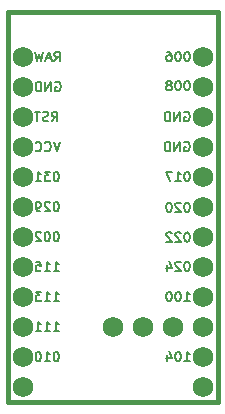
<source format=gbr>
%TF.GenerationSoftware,KiCad,Pcbnew,(6.0.7-1)-1*%
%TF.CreationDate,2022-10-16T21:29:02-07:00*%
%TF.ProjectId,karn-left,6b61726e-2d6c-4656-9674-2e6b69636164,rev?*%
%TF.SameCoordinates,Original*%
%TF.FileFunction,Legend,Bot*%
%TF.FilePolarity,Positive*%
%FSLAX46Y46*%
G04 Gerber Fmt 4.6, Leading zero omitted, Abs format (unit mm)*
G04 Created by KiCad (PCBNEW (6.0.7-1)-1) date 2022-10-16 21:29:02*
%MOMM*%
%LPD*%
G01*
G04 APERTURE LIST*
%ADD10C,0.150000*%
%ADD11C,0.381000*%
%ADD12C,1.752600*%
G04 APERTURE END LIST*
D10*
%TO.C,U1*%
X184170523Y-57398654D02*
X184627666Y-57398654D01*
X184399094Y-57398654D02*
X184399094Y-56598654D01*
X184475285Y-56712940D01*
X184551475Y-56789130D01*
X184627666Y-56827226D01*
X183675285Y-56598654D02*
X183599094Y-56598654D01*
X183522904Y-56636750D01*
X183484809Y-56674845D01*
X183446713Y-56751035D01*
X183408618Y-56903416D01*
X183408618Y-57093892D01*
X183446713Y-57246273D01*
X183484809Y-57322464D01*
X183522904Y-57360559D01*
X183599094Y-57398654D01*
X183675285Y-57398654D01*
X183751475Y-57360559D01*
X183789570Y-57322464D01*
X183827666Y-57246273D01*
X183865761Y-57093892D01*
X183865761Y-56903416D01*
X183827666Y-56751035D01*
X183789570Y-56674845D01*
X183751475Y-56636750D01*
X183675285Y-56598654D01*
X182913380Y-56598654D02*
X182837190Y-56598654D01*
X182760999Y-56636750D01*
X182722904Y-56674845D01*
X182684809Y-56751035D01*
X182646713Y-56903416D01*
X182646713Y-57093892D01*
X182684809Y-57246273D01*
X182722904Y-57322464D01*
X182760999Y-57360559D01*
X182837190Y-57398654D01*
X182913380Y-57398654D01*
X182989570Y-57360559D01*
X183027666Y-57322464D01*
X183065761Y-57246273D01*
X183103856Y-57093892D01*
X183103856Y-56903416D01*
X183065761Y-56751035D01*
X183027666Y-56674845D01*
X182989570Y-56636750D01*
X182913380Y-56598654D01*
X172950095Y-42158654D02*
X173216761Y-41777702D01*
X173407238Y-42158654D02*
X173407238Y-41358654D01*
X173102476Y-41358654D01*
X173026285Y-41396750D01*
X172988190Y-41434845D01*
X172950095Y-41511035D01*
X172950095Y-41625321D01*
X172988190Y-41701511D01*
X173026285Y-41739607D01*
X173102476Y-41777702D01*
X173407238Y-41777702D01*
X172645333Y-42120559D02*
X172531047Y-42158654D01*
X172340571Y-42158654D01*
X172264380Y-42120559D01*
X172226285Y-42082464D01*
X172188190Y-42006273D01*
X172188190Y-41930083D01*
X172226285Y-41853892D01*
X172264380Y-41815797D01*
X172340571Y-41777702D01*
X172492952Y-41739607D01*
X172569142Y-41701511D01*
X172607238Y-41663416D01*
X172645333Y-41587226D01*
X172645333Y-41511035D01*
X172607238Y-41434845D01*
X172569142Y-41396750D01*
X172492952Y-41358654D01*
X172302476Y-41358654D01*
X172188190Y-41396750D01*
X171959619Y-41358654D02*
X171502476Y-41358654D01*
X171731047Y-42158654D02*
X171731047Y-41358654D01*
X184170523Y-43936750D02*
X184246714Y-43898654D01*
X184361000Y-43898654D01*
X184475285Y-43936750D01*
X184551476Y-44012940D01*
X184589571Y-44089130D01*
X184627666Y-44241511D01*
X184627666Y-44355797D01*
X184589571Y-44508178D01*
X184551476Y-44584369D01*
X184475285Y-44660559D01*
X184361000Y-44698654D01*
X184284809Y-44698654D01*
X184170523Y-44660559D01*
X184132428Y-44622464D01*
X184132428Y-44355797D01*
X184284809Y-44355797D01*
X183789571Y-44698654D02*
X183789571Y-43898654D01*
X183332428Y-44698654D01*
X183332428Y-43898654D01*
X182951476Y-44698654D02*
X182951476Y-43898654D01*
X182761000Y-43898654D01*
X182646714Y-43936750D01*
X182570523Y-44012940D01*
X182532428Y-44089130D01*
X182494333Y-44241511D01*
X182494333Y-44355797D01*
X182532428Y-44508178D01*
X182570523Y-44584369D01*
X182646714Y-44660559D01*
X182761000Y-44698654D01*
X182951476Y-44698654D01*
X173096142Y-57398654D02*
X173553285Y-57398654D01*
X173324713Y-57398654D02*
X173324713Y-56598654D01*
X173400904Y-56712940D01*
X173477094Y-56789130D01*
X173553285Y-56827226D01*
X172334237Y-57398654D02*
X172791380Y-57398654D01*
X172562809Y-57398654D02*
X172562809Y-56598654D01*
X172638999Y-56712940D01*
X172715189Y-56789130D01*
X172791380Y-56827226D01*
X172067570Y-56598654D02*
X171572332Y-56598654D01*
X171838999Y-56903416D01*
X171724713Y-56903416D01*
X171648523Y-56941511D01*
X171610428Y-56979607D01*
X171572332Y-57055797D01*
X171572332Y-57246273D01*
X171610428Y-57322464D01*
X171648523Y-57360559D01*
X171724713Y-57398654D01*
X171953285Y-57398654D01*
X172029475Y-57360559D01*
X172067570Y-57322464D01*
X184437190Y-38748654D02*
X184360999Y-38748654D01*
X184284809Y-38786750D01*
X184246713Y-38824845D01*
X184208618Y-38901035D01*
X184170523Y-39053416D01*
X184170523Y-39243892D01*
X184208618Y-39396273D01*
X184246713Y-39472464D01*
X184284809Y-39510559D01*
X184360999Y-39548654D01*
X184437190Y-39548654D01*
X184513380Y-39510559D01*
X184551475Y-39472464D01*
X184589570Y-39396273D01*
X184627666Y-39243892D01*
X184627666Y-39053416D01*
X184589570Y-38901035D01*
X184551475Y-38824845D01*
X184513380Y-38786750D01*
X184437190Y-38748654D01*
X183675285Y-38748654D02*
X183599094Y-38748654D01*
X183522904Y-38786750D01*
X183484809Y-38824845D01*
X183446713Y-38901035D01*
X183408618Y-39053416D01*
X183408618Y-39243892D01*
X183446713Y-39396273D01*
X183484809Y-39472464D01*
X183522904Y-39510559D01*
X183599094Y-39548654D01*
X183675285Y-39548654D01*
X183751475Y-39510559D01*
X183789570Y-39472464D01*
X183827666Y-39396273D01*
X183865761Y-39243892D01*
X183865761Y-39053416D01*
X183827666Y-38901035D01*
X183789570Y-38824845D01*
X183751475Y-38786750D01*
X183675285Y-38748654D01*
X182951475Y-39091511D02*
X183027666Y-39053416D01*
X183065761Y-39015321D01*
X183103856Y-38939130D01*
X183103856Y-38901035D01*
X183065761Y-38824845D01*
X183027666Y-38786750D01*
X182951475Y-38748654D01*
X182799094Y-38748654D01*
X182722904Y-38786750D01*
X182684809Y-38824845D01*
X182646713Y-38901035D01*
X182646713Y-38939130D01*
X182684809Y-39015321D01*
X182722904Y-39053416D01*
X182799094Y-39091511D01*
X182951475Y-39091511D01*
X183027666Y-39129607D01*
X183065761Y-39167702D01*
X183103856Y-39243892D01*
X183103856Y-39396273D01*
X183065761Y-39472464D01*
X183027666Y-39510559D01*
X182951475Y-39548654D01*
X182799094Y-39548654D01*
X182722904Y-39510559D01*
X182684809Y-39472464D01*
X182646713Y-39396273D01*
X182646713Y-39243892D01*
X182684809Y-39167702D01*
X182722904Y-39129607D01*
X182799094Y-39091511D01*
X173096142Y-54858654D02*
X173553285Y-54858654D01*
X173324713Y-54858654D02*
X173324713Y-54058654D01*
X173400904Y-54172940D01*
X173477094Y-54249130D01*
X173553285Y-54287226D01*
X172334237Y-54858654D02*
X172791380Y-54858654D01*
X172562809Y-54858654D02*
X172562809Y-54058654D01*
X172638999Y-54172940D01*
X172715189Y-54249130D01*
X172791380Y-54287226D01*
X171610428Y-54058654D02*
X171991380Y-54058654D01*
X172029475Y-54439607D01*
X171991380Y-54401511D01*
X171915189Y-54363416D01*
X171724713Y-54363416D01*
X171648523Y-54401511D01*
X171610428Y-54439607D01*
X171572332Y-54515797D01*
X171572332Y-54706273D01*
X171610428Y-54782464D01*
X171648523Y-54820559D01*
X171724713Y-54858654D01*
X171915189Y-54858654D01*
X171991380Y-54820559D01*
X172029475Y-54782464D01*
X173362809Y-51518654D02*
X173286618Y-51518654D01*
X173210428Y-51556750D01*
X173172332Y-51594845D01*
X173134237Y-51671035D01*
X173096142Y-51823416D01*
X173096142Y-52013892D01*
X173134237Y-52166273D01*
X173172332Y-52242464D01*
X173210428Y-52280559D01*
X173286618Y-52318654D01*
X173362809Y-52318654D01*
X173438999Y-52280559D01*
X173477094Y-52242464D01*
X173515189Y-52166273D01*
X173553285Y-52013892D01*
X173553285Y-51823416D01*
X173515189Y-51671035D01*
X173477094Y-51594845D01*
X173438999Y-51556750D01*
X173362809Y-51518654D01*
X172600904Y-51518654D02*
X172524713Y-51518654D01*
X172448523Y-51556750D01*
X172410428Y-51594845D01*
X172372332Y-51671035D01*
X172334237Y-51823416D01*
X172334237Y-52013892D01*
X172372332Y-52166273D01*
X172410428Y-52242464D01*
X172448523Y-52280559D01*
X172524713Y-52318654D01*
X172600904Y-52318654D01*
X172677094Y-52280559D01*
X172715189Y-52242464D01*
X172753285Y-52166273D01*
X172791380Y-52013892D01*
X172791380Y-51823416D01*
X172753285Y-51671035D01*
X172715189Y-51594845D01*
X172677094Y-51556750D01*
X172600904Y-51518654D01*
X172029475Y-51594845D02*
X171991380Y-51556750D01*
X171915189Y-51518654D01*
X171724713Y-51518654D01*
X171648523Y-51556750D01*
X171610428Y-51594845D01*
X171572332Y-51671035D01*
X171572332Y-51747226D01*
X171610428Y-51861511D01*
X172067570Y-52318654D01*
X171572332Y-52318654D01*
X184437190Y-36278654D02*
X184360999Y-36278654D01*
X184284809Y-36316750D01*
X184246713Y-36354845D01*
X184208618Y-36431035D01*
X184170523Y-36583416D01*
X184170523Y-36773892D01*
X184208618Y-36926273D01*
X184246713Y-37002464D01*
X184284809Y-37040559D01*
X184360999Y-37078654D01*
X184437190Y-37078654D01*
X184513380Y-37040559D01*
X184551475Y-37002464D01*
X184589570Y-36926273D01*
X184627666Y-36773892D01*
X184627666Y-36583416D01*
X184589570Y-36431035D01*
X184551475Y-36354845D01*
X184513380Y-36316750D01*
X184437190Y-36278654D01*
X183675285Y-36278654D02*
X183599094Y-36278654D01*
X183522904Y-36316750D01*
X183484809Y-36354845D01*
X183446713Y-36431035D01*
X183408618Y-36583416D01*
X183408618Y-36773892D01*
X183446713Y-36926273D01*
X183484809Y-37002464D01*
X183522904Y-37040559D01*
X183599094Y-37078654D01*
X183675285Y-37078654D01*
X183751475Y-37040559D01*
X183789570Y-37002464D01*
X183827666Y-36926273D01*
X183865761Y-36773892D01*
X183865761Y-36583416D01*
X183827666Y-36431035D01*
X183789570Y-36354845D01*
X183751475Y-36316750D01*
X183675285Y-36278654D01*
X182722904Y-36278654D02*
X182875285Y-36278654D01*
X182951475Y-36316750D01*
X182989570Y-36354845D01*
X183065761Y-36469130D01*
X183103856Y-36621511D01*
X183103856Y-36926273D01*
X183065761Y-37002464D01*
X183027666Y-37040559D01*
X182951475Y-37078654D01*
X182799094Y-37078654D01*
X182722904Y-37040559D01*
X182684809Y-37002464D01*
X182646713Y-36926273D01*
X182646713Y-36735797D01*
X182684809Y-36659607D01*
X182722904Y-36621511D01*
X182799094Y-36583416D01*
X182951475Y-36583416D01*
X183027666Y-36621511D01*
X183065761Y-36659607D01*
X183103856Y-36735797D01*
X173362809Y-61678654D02*
X173286618Y-61678654D01*
X173210428Y-61716750D01*
X173172332Y-61754845D01*
X173134237Y-61831035D01*
X173096142Y-61983416D01*
X173096142Y-62173892D01*
X173134237Y-62326273D01*
X173172332Y-62402464D01*
X173210428Y-62440559D01*
X173286618Y-62478654D01*
X173362809Y-62478654D01*
X173438999Y-62440559D01*
X173477094Y-62402464D01*
X173515189Y-62326273D01*
X173553285Y-62173892D01*
X173553285Y-61983416D01*
X173515189Y-61831035D01*
X173477094Y-61754845D01*
X173438999Y-61716750D01*
X173362809Y-61678654D01*
X172334237Y-62478654D02*
X172791380Y-62478654D01*
X172562809Y-62478654D02*
X172562809Y-61678654D01*
X172638999Y-61792940D01*
X172715189Y-61869130D01*
X172791380Y-61907226D01*
X171838999Y-61678654D02*
X171762809Y-61678654D01*
X171686618Y-61716750D01*
X171648523Y-61754845D01*
X171610428Y-61831035D01*
X171572332Y-61983416D01*
X171572332Y-62173892D01*
X171610428Y-62326273D01*
X171648523Y-62402464D01*
X171686618Y-62440559D01*
X171762809Y-62478654D01*
X171838999Y-62478654D01*
X171915189Y-62440559D01*
X171953285Y-62402464D01*
X171991380Y-62326273D01*
X172029475Y-62173892D01*
X172029475Y-61983416D01*
X171991380Y-61831035D01*
X171953285Y-61754845D01*
X171915189Y-61716750D01*
X171838999Y-61678654D01*
X184170523Y-62478654D02*
X184627666Y-62478654D01*
X184399094Y-62478654D02*
X184399094Y-61678654D01*
X184475285Y-61792940D01*
X184551475Y-61869130D01*
X184627666Y-61907226D01*
X183675285Y-61678654D02*
X183599094Y-61678654D01*
X183522904Y-61716750D01*
X183484809Y-61754845D01*
X183446713Y-61831035D01*
X183408618Y-61983416D01*
X183408618Y-62173892D01*
X183446713Y-62326273D01*
X183484809Y-62402464D01*
X183522904Y-62440559D01*
X183599094Y-62478654D01*
X183675285Y-62478654D01*
X183751475Y-62440559D01*
X183789570Y-62402464D01*
X183827666Y-62326273D01*
X183865761Y-62173892D01*
X183865761Y-61983416D01*
X183827666Y-61831035D01*
X183789570Y-61754845D01*
X183751475Y-61716750D01*
X183675285Y-61678654D01*
X182722904Y-61945321D02*
X182722904Y-62478654D01*
X182913380Y-61640559D02*
X183103856Y-62211988D01*
X182608618Y-62211988D01*
X184437190Y-46438654D02*
X184360999Y-46438654D01*
X184284809Y-46476750D01*
X184246713Y-46514845D01*
X184208618Y-46591035D01*
X184170523Y-46743416D01*
X184170523Y-46933892D01*
X184208618Y-47086273D01*
X184246713Y-47162464D01*
X184284809Y-47200559D01*
X184360999Y-47238654D01*
X184437190Y-47238654D01*
X184513380Y-47200559D01*
X184551475Y-47162464D01*
X184589570Y-47086273D01*
X184627666Y-46933892D01*
X184627666Y-46743416D01*
X184589570Y-46591035D01*
X184551475Y-46514845D01*
X184513380Y-46476750D01*
X184437190Y-46438654D01*
X183408618Y-47238654D02*
X183865761Y-47238654D01*
X183637190Y-47238654D02*
X183637190Y-46438654D01*
X183713380Y-46552940D01*
X183789570Y-46629130D01*
X183865761Y-46667226D01*
X183141951Y-46438654D02*
X182608618Y-46438654D01*
X182951475Y-47238654D01*
X173254856Y-38856750D02*
X173331047Y-38818654D01*
X173445333Y-38818654D01*
X173559618Y-38856750D01*
X173635809Y-38932940D01*
X173673904Y-39009130D01*
X173711999Y-39161511D01*
X173711999Y-39275797D01*
X173673904Y-39428178D01*
X173635809Y-39504369D01*
X173559618Y-39580559D01*
X173445333Y-39618654D01*
X173369142Y-39618654D01*
X173254856Y-39580559D01*
X173216761Y-39542464D01*
X173216761Y-39275797D01*
X173369142Y-39275797D01*
X172873904Y-39618654D02*
X172873904Y-38818654D01*
X172416761Y-39618654D01*
X172416761Y-38818654D01*
X172035809Y-39618654D02*
X172035809Y-38818654D01*
X171845333Y-38818654D01*
X171731047Y-38856750D01*
X171654856Y-38932940D01*
X171616761Y-39009130D01*
X171578666Y-39161511D01*
X171578666Y-39275797D01*
X171616761Y-39428178D01*
X171654856Y-39504369D01*
X171731047Y-39580559D01*
X171845333Y-39618654D01*
X172035809Y-39618654D01*
X173362809Y-46438654D02*
X173286618Y-46438654D01*
X173210428Y-46476750D01*
X173172332Y-46514845D01*
X173134237Y-46591035D01*
X173096142Y-46743416D01*
X173096142Y-46933892D01*
X173134237Y-47086273D01*
X173172332Y-47162464D01*
X173210428Y-47200559D01*
X173286618Y-47238654D01*
X173362809Y-47238654D01*
X173438999Y-47200559D01*
X173477094Y-47162464D01*
X173515189Y-47086273D01*
X173553285Y-46933892D01*
X173553285Y-46743416D01*
X173515189Y-46591035D01*
X173477094Y-46514845D01*
X173438999Y-46476750D01*
X173362809Y-46438654D01*
X172829475Y-46438654D02*
X172334237Y-46438654D01*
X172600904Y-46743416D01*
X172486618Y-46743416D01*
X172410428Y-46781511D01*
X172372332Y-46819607D01*
X172334237Y-46895797D01*
X172334237Y-47086273D01*
X172372332Y-47162464D01*
X172410428Y-47200559D01*
X172486618Y-47238654D01*
X172715189Y-47238654D01*
X172791380Y-47200559D01*
X172829475Y-47162464D01*
X171572332Y-47238654D02*
X172029475Y-47238654D01*
X171800904Y-47238654D02*
X171800904Y-46438654D01*
X171877094Y-46552940D01*
X171953285Y-46629130D01*
X172029475Y-46667226D01*
X173096142Y-59938654D02*
X173553285Y-59938654D01*
X173324713Y-59938654D02*
X173324713Y-59138654D01*
X173400904Y-59252940D01*
X173477094Y-59329130D01*
X173553285Y-59367226D01*
X172334237Y-59938654D02*
X172791380Y-59938654D01*
X172562809Y-59938654D02*
X172562809Y-59138654D01*
X172638999Y-59252940D01*
X172715189Y-59329130D01*
X172791380Y-59367226D01*
X171572332Y-59938654D02*
X172029475Y-59938654D01*
X171800904Y-59938654D02*
X171800904Y-59138654D01*
X171877094Y-59252940D01*
X171953285Y-59329130D01*
X172029475Y-59367226D01*
X173178665Y-37078654D02*
X173445332Y-36697702D01*
X173635808Y-37078654D02*
X173635808Y-36278654D01*
X173331046Y-36278654D01*
X173254856Y-36316750D01*
X173216761Y-36354845D01*
X173178665Y-36431035D01*
X173178665Y-36545321D01*
X173216761Y-36621511D01*
X173254856Y-36659607D01*
X173331046Y-36697702D01*
X173635808Y-36697702D01*
X172873904Y-36850083D02*
X172492951Y-36850083D01*
X172950094Y-37078654D02*
X172683427Y-36278654D01*
X172416761Y-37078654D01*
X172226285Y-36278654D02*
X172035808Y-37078654D01*
X171883427Y-36507226D01*
X171731046Y-37078654D01*
X171540570Y-36278654D01*
X173629475Y-43898654D02*
X173362809Y-44698654D01*
X173096142Y-43898654D01*
X172372332Y-44622464D02*
X172410428Y-44660559D01*
X172524713Y-44698654D01*
X172600904Y-44698654D01*
X172715189Y-44660559D01*
X172791380Y-44584369D01*
X172829475Y-44508178D01*
X172867570Y-44355797D01*
X172867570Y-44241511D01*
X172829475Y-44089130D01*
X172791380Y-44012940D01*
X172715189Y-43936750D01*
X172600904Y-43898654D01*
X172524713Y-43898654D01*
X172410428Y-43936750D01*
X172372332Y-43974845D01*
X171572332Y-44622464D02*
X171610428Y-44660559D01*
X171724713Y-44698654D01*
X171800904Y-44698654D01*
X171915189Y-44660559D01*
X171991380Y-44584369D01*
X172029475Y-44508178D01*
X172067570Y-44355797D01*
X172067570Y-44241511D01*
X172029475Y-44089130D01*
X171991380Y-44012940D01*
X171915189Y-43936750D01*
X171800904Y-43898654D01*
X171724713Y-43898654D01*
X171610428Y-43936750D01*
X171572332Y-43974845D01*
X184437190Y-54048654D02*
X184360999Y-54048654D01*
X184284809Y-54086750D01*
X184246713Y-54124845D01*
X184208618Y-54201035D01*
X184170523Y-54353416D01*
X184170523Y-54543892D01*
X184208618Y-54696273D01*
X184246713Y-54772464D01*
X184284809Y-54810559D01*
X184360999Y-54848654D01*
X184437190Y-54848654D01*
X184513380Y-54810559D01*
X184551475Y-54772464D01*
X184589570Y-54696273D01*
X184627666Y-54543892D01*
X184627666Y-54353416D01*
X184589570Y-54201035D01*
X184551475Y-54124845D01*
X184513380Y-54086750D01*
X184437190Y-54048654D01*
X183865761Y-54124845D02*
X183827666Y-54086750D01*
X183751475Y-54048654D01*
X183560999Y-54048654D01*
X183484809Y-54086750D01*
X183446713Y-54124845D01*
X183408618Y-54201035D01*
X183408618Y-54277226D01*
X183446713Y-54391511D01*
X183903856Y-54848654D01*
X183408618Y-54848654D01*
X182722904Y-54315321D02*
X182722904Y-54848654D01*
X182913380Y-54010559D02*
X183103856Y-54581988D01*
X182608618Y-54581988D01*
X173362809Y-48978654D02*
X173286618Y-48978654D01*
X173210428Y-49016750D01*
X173172332Y-49054845D01*
X173134237Y-49131035D01*
X173096142Y-49283416D01*
X173096142Y-49473892D01*
X173134237Y-49626273D01*
X173172332Y-49702464D01*
X173210428Y-49740559D01*
X173286618Y-49778654D01*
X173362809Y-49778654D01*
X173438999Y-49740559D01*
X173477094Y-49702464D01*
X173515189Y-49626273D01*
X173553285Y-49473892D01*
X173553285Y-49283416D01*
X173515189Y-49131035D01*
X173477094Y-49054845D01*
X173438999Y-49016750D01*
X173362809Y-48978654D01*
X172791380Y-49054845D02*
X172753285Y-49016750D01*
X172677094Y-48978654D01*
X172486618Y-48978654D01*
X172410428Y-49016750D01*
X172372332Y-49054845D01*
X172334237Y-49131035D01*
X172334237Y-49207226D01*
X172372332Y-49321511D01*
X172829475Y-49778654D01*
X172334237Y-49778654D01*
X171953285Y-49778654D02*
X171800904Y-49778654D01*
X171724713Y-49740559D01*
X171686618Y-49702464D01*
X171610428Y-49588178D01*
X171572332Y-49435797D01*
X171572332Y-49131035D01*
X171610428Y-49054845D01*
X171648523Y-49016750D01*
X171724713Y-48978654D01*
X171877094Y-48978654D01*
X171953285Y-49016750D01*
X171991380Y-49054845D01*
X172029475Y-49131035D01*
X172029475Y-49321511D01*
X171991380Y-49397702D01*
X171953285Y-49435797D01*
X171877094Y-49473892D01*
X171724713Y-49473892D01*
X171648523Y-49435797D01*
X171610428Y-49397702D01*
X171572332Y-49321511D01*
X184170523Y-41396750D02*
X184246714Y-41358654D01*
X184361000Y-41358654D01*
X184475285Y-41396750D01*
X184551476Y-41472940D01*
X184589571Y-41549130D01*
X184627666Y-41701511D01*
X184627666Y-41815797D01*
X184589571Y-41968178D01*
X184551476Y-42044369D01*
X184475285Y-42120559D01*
X184361000Y-42158654D01*
X184284809Y-42158654D01*
X184170523Y-42120559D01*
X184132428Y-42082464D01*
X184132428Y-41815797D01*
X184284809Y-41815797D01*
X183789571Y-42158654D02*
X183789571Y-41358654D01*
X183332428Y-42158654D01*
X183332428Y-41358654D01*
X182951476Y-42158654D02*
X182951476Y-41358654D01*
X182761000Y-41358654D01*
X182646714Y-41396750D01*
X182570523Y-41472940D01*
X182532428Y-41549130D01*
X182494333Y-41701511D01*
X182494333Y-41815797D01*
X182532428Y-41968178D01*
X182570523Y-42044369D01*
X182646714Y-42120559D01*
X182761000Y-42158654D01*
X182951476Y-42158654D01*
X184437190Y-49048654D02*
X184360999Y-49048654D01*
X184284809Y-49086750D01*
X184246713Y-49124845D01*
X184208618Y-49201035D01*
X184170523Y-49353416D01*
X184170523Y-49543892D01*
X184208618Y-49696273D01*
X184246713Y-49772464D01*
X184284809Y-49810559D01*
X184360999Y-49848654D01*
X184437190Y-49848654D01*
X184513380Y-49810559D01*
X184551475Y-49772464D01*
X184589570Y-49696273D01*
X184627666Y-49543892D01*
X184627666Y-49353416D01*
X184589570Y-49201035D01*
X184551475Y-49124845D01*
X184513380Y-49086750D01*
X184437190Y-49048654D01*
X183865761Y-49124845D02*
X183827666Y-49086750D01*
X183751475Y-49048654D01*
X183560999Y-49048654D01*
X183484809Y-49086750D01*
X183446713Y-49124845D01*
X183408618Y-49201035D01*
X183408618Y-49277226D01*
X183446713Y-49391511D01*
X183903856Y-49848654D01*
X183408618Y-49848654D01*
X182913380Y-49048654D02*
X182837190Y-49048654D01*
X182760999Y-49086750D01*
X182722904Y-49124845D01*
X182684809Y-49201035D01*
X182646713Y-49353416D01*
X182646713Y-49543892D01*
X182684809Y-49696273D01*
X182722904Y-49772464D01*
X182760999Y-49810559D01*
X182837190Y-49848654D01*
X182913380Y-49848654D01*
X182989570Y-49810559D01*
X183027666Y-49772464D01*
X183065761Y-49696273D01*
X183103856Y-49543892D01*
X183103856Y-49353416D01*
X183065761Y-49201035D01*
X183027666Y-49124845D01*
X182989570Y-49086750D01*
X182913380Y-49048654D01*
X184437190Y-51548654D02*
X184360999Y-51548654D01*
X184284809Y-51586750D01*
X184246713Y-51624845D01*
X184208618Y-51701035D01*
X184170523Y-51853416D01*
X184170523Y-52043892D01*
X184208618Y-52196273D01*
X184246713Y-52272464D01*
X184284809Y-52310559D01*
X184360999Y-52348654D01*
X184437190Y-52348654D01*
X184513380Y-52310559D01*
X184551475Y-52272464D01*
X184589570Y-52196273D01*
X184627666Y-52043892D01*
X184627666Y-51853416D01*
X184589570Y-51701035D01*
X184551475Y-51624845D01*
X184513380Y-51586750D01*
X184437190Y-51548654D01*
X183865761Y-51624845D02*
X183827666Y-51586750D01*
X183751475Y-51548654D01*
X183560999Y-51548654D01*
X183484809Y-51586750D01*
X183446713Y-51624845D01*
X183408618Y-51701035D01*
X183408618Y-51777226D01*
X183446713Y-51891511D01*
X183903856Y-52348654D01*
X183408618Y-52348654D01*
X183103856Y-51624845D02*
X183065761Y-51586750D01*
X182989570Y-51548654D01*
X182799094Y-51548654D01*
X182722904Y-51586750D01*
X182684809Y-51624845D01*
X182646713Y-51701035D01*
X182646713Y-51777226D01*
X182684809Y-51891511D01*
X183141951Y-52348654D01*
X182646713Y-52348654D01*
D11*
X186990000Y-65926750D02*
X169210000Y-65926750D01*
X186990000Y-32906750D02*
X186990000Y-65926750D01*
X169210000Y-65926750D02*
X169210000Y-32906750D01*
X169210000Y-32906750D02*
X186990000Y-32906750D01*
%TD*%
D12*
%TO.C,U1*%
X185720000Y-36716750D03*
X185720000Y-39256750D03*
X185720000Y-41796750D03*
X185720000Y-44336750D03*
X185720000Y-46876750D03*
X185720000Y-49416750D03*
X185720000Y-51956750D03*
X185720000Y-54496750D03*
X185720000Y-57036750D03*
X185720000Y-59576750D03*
X185720000Y-62116750D03*
X185720000Y-64656750D03*
X170480000Y-64656750D03*
X170480000Y-62116750D03*
X170480000Y-59576750D03*
X170480000Y-57036750D03*
X170480000Y-54496750D03*
X170480000Y-51956750D03*
X170480000Y-49416750D03*
X170480000Y-46876750D03*
X170480000Y-44336750D03*
X170480000Y-41796750D03*
X170480000Y-39256750D03*
X170480000Y-36716750D03*
X183180000Y-59576750D03*
X180640000Y-59576750D03*
X178100000Y-59576750D03*
%TD*%
M02*

</source>
